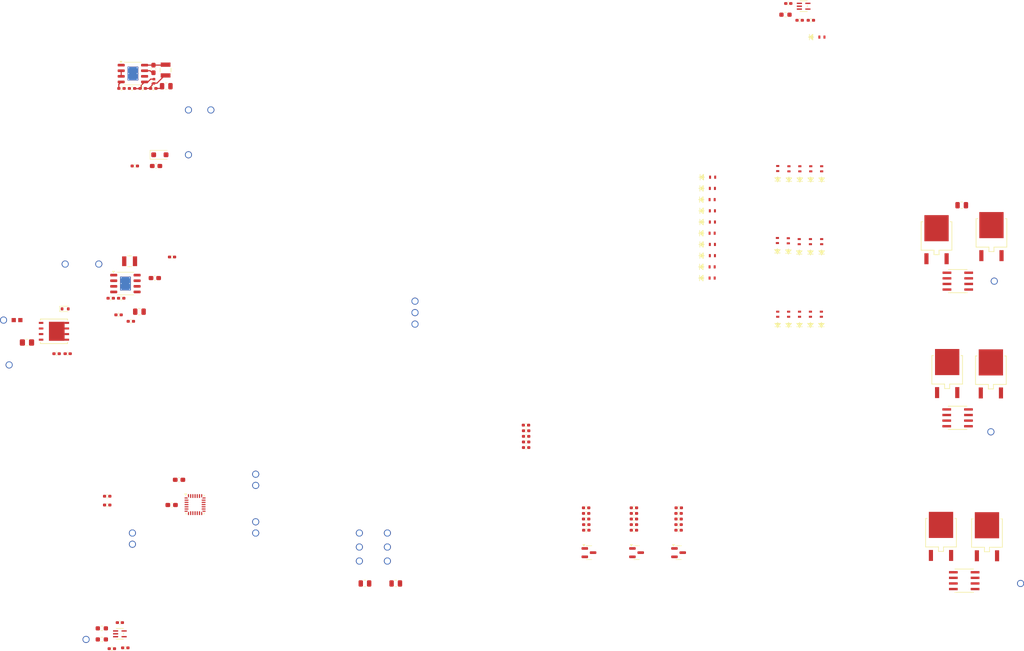
<source format=kicad_pcb>
(kicad_pcb (version 20221018) (generator pcbnew)
  (layers (0 "F.Cu" signal) (31 "B.Cu" signal) (34 "B.Paste" user) (35 "F.Paste" user) (36 "B.SilkS" user "B.Silkscreen") (37 "F.SilkS" user "F.Silkscreen") (38 "B.Mask" user) (39 "F.Mask" user) (44 "Edge.Cuts" user))
  (net 0 "")
  (net 1 "Net-(CR1-VBOOT)")
  (net 2 "GND2")
  (net 3 "Net-(CR2-OUT)")
  (net 4 "Net-(C2-Pad1)")
  (net 5 "Net-(D6-Conn)")
  (net 6 "Net-(D5-A)")
  (net 7 "Net-(U3-BST)")
  (net 8 "Net-(D16-Conn)")
  (net 9 "Net-(D1-Conn)")
  (net 10 "Net-(U3-SW)")
  (net 11 "Net-(U6-PF2)")
  (net 12 "Net-(U2-BST)")
  (net 13 "Net-(U2-SW)")
  (net 14 "Net-(D19-K)")
  (net 15 "Net-(CR1-LIN)")
  (net 16 "Net-(CR1-HIN)")
  (net 17 "Net-(D3-Conn)")
  (net 18 "Net-(D25-Conn)")
  (net 19 "Net-(CR1-VCC)")
  (net 20 "Net-(D8-Conn)")
  (net 21 "Net-(D9-Conn)")
  (net 22 "Net-(D10-Conn)")
  (net 23 "Net-(D11-Conn)")
  (net 24 "Net-(CR1-LVG)")
  (net 25 "Net-(D13-Conn)")
  (net 26 "Net-(CR1-OUT)")
  (net 27 "Net-(CR1-HVG)")
  (net 28 "Net-(CR2-LIN)")
  (net 29 "Net-(CR2-HIN)")
  (net 30 "Net-(D21-Conn)")
  (net 31 "Net-(CR2-LVG)")
  (net 32 "Net-(CR2-HVG)")
  (net 33 "Net-(CR3-LIN)")
  (net 34 "Net-(CR3-HIN)")
  (net 35 "Net-(CR3-LVG)")
  (net 36 "Net-(CR3-OUT)")
  (net 37 "Net-(CR3-HVG)")
  (net 38 "Net-(U3-RON)")
  (net 39 "Net-(U3-FB)")
  (net 40 "Net-(D18-Conn)")
  (net 41 "Net-(U5-IN+)")
  (net 42 "Net-(U6-PA1)")
  (net 43 "Net-(Q6-D)")
  (net 44 "Net-(Q7-D)")
  (net 45 "Net-(U6-PA15)")
  (net 46 "Net-(LED4-Pad2)")
  (net 47 "Net-(LED10-Pad2)")
  (net 48 "Net-(LED11-Pad2)")
  (net 50 "Net-(LED12-Pad2)")
  (net 51 "Net-(LED13-Pad2)")
  (net 52 "Net-(U6-PB3)")
  (net 53 "Net-(LED14-Pad2)")
  (net 54 "Net-(LED15-Pad2)")
  (net 55 "Net-(LED16-Pad2)")
  (net 56 "Net-(LED17-Pad2)")
  (net 57 "Net-(LED18-Pad2)")
  (net 58 "Net-(LED19-Pad2)")
  (net 59 "Net-(LED20-Pad2)")
  (net 60 "Net-(LED21-Pad2)")
  (net 61 "Net-(Q8-D)")
  (net 62 "Net-(LED22-Pad2)")
  (net 63 "Net-(LED23-Pad2)")
  (net 64 "Net-(D24-Conn)")
  (net 65 "Net-(D22-Conn)")
  (net 66 "Net-(LED24-Pad2)")
  (net 67 "Net-(LED2-Pad2)")
  (net 68 "Net-(LED25-Pad2)")
  (net 69 "Net-(LED3-Pad2)")
  (net 70 "Net-(LED26-Pad2)")
  (net 71 "Net-(Q6-G)")
  (net 72 "Net-(R1-Pad1)")
  (net 73 "Net-(U6-PA6)")
  (net 74 "Net-(U6-PA7)")
  (net 75 "Net-(U5-IN-)")
  (net 76 "Net-(U5-OUT)")
  (net 77 "Net-(U1-IN+)")
  (net 78 "Net-(U6-PA8)")
  (net 79 "Net-(U2-RON)")
  (net 80 "Net-(U6-PA11{slash}PA9)")
  (net 81 "Net-(U2-FB)")
  (net 82 "Net-(U6-PA12{slash}PA10)")
  (net 83 "Net-(U1-IN-)")
  (net 84 "Net-(U1-OUT)")
  (net 86 "Net-(C9-Pad1)")
  (net 87 "Net-(C13-Pad1)")
  (footprint "ul_L6388ED:SO-8_STM" (layer "F.Cu") (at 230.251 92.1385)
    (fp_text reference "CR2" hide)
    (fp_text value "L6388ED" hide)
  )
  (footprint "Resistor_SMD:R_0402_1005Metric_Pad0.72x0.64mm_HandSolder" (layer "F.Cu") (at 146.0125 146.05)
    (fp_text reference "R22" hide)
    (fp_text value "R" hide)
  )
  (footprint "Wire_holes:WireHole_1p2" (layer "F.Cu") (at 107.225 99.275)
    (fp_text reference "D27" hide)
    (fp_text value "WireHole_1p5" hide)
  )
  (footprint "ul_HSMW-C191-U0000:LED_91-U0000" (layer "F.Cu") (at 189.4304 99.63785 90)
    (fp_text reference "LED22" hide)
    (fp_text value "HSMW-C191-U0000" hide)
  )
  (footprint "ul_HSMW-C191-U0000:LED_91-U0000" (layer "F.Cu") (at 189.4304 66.61785 90)
    (fp_text reference "LED2" hide)
    (fp_text value "HSMW-C191-U0000" hide)
  )
  (footprint "Package_DFN_QFN:QFN-28_4x4mm_P0.5mm" (layer "F.Cu") (at 57.38 142.7825)
    (fp_text reference "U6" hide)
    (fp_text value "STM32G031G8Ux" hide)
  )
  (footprint "ul_DMT10H009LK3-13:QPMOS1G2S3D_TO252_DIO" (layer "F.Cu") (at 225.425 81.9023)
    (fp_text reference "Q5" hide)
    (fp_text value "DMT10H009LK3-13" hide)
  )
  (footprint "ul_VLS252012HBU-220M:IND_VLS252012_TDK" (layer "F.Cu") (at 50.6984 44.2976 90)
    (fp_text reference "L1" hide)
    (fp_text value "SWPA4030S1R0NT" hide)
  )
  (footprint "ul_L6388ED:SO-8_STM" (layer "F.Cu") (at 230.2002 123.1138)
    (fp_text reference "CR3" hide)
    (fp_text value "L6388ED" hide)
  )
  (footprint "ul_HSMW-C191-U0000:LED_91-U0000" (layer "F.Cu") (at 199.44715 36.83)
    (fp_text reference "LED1" hide)
    (fp_text value "HSMW-C191-U0000" hide)
  )
  (footprint "Capacitor_SMD:C_0402_1005Metric_Pad0.74x0.62mm_HandSolder" (layer "F.Cu") (at 40.3352 169.530001)
    (fp_text reference "C4" hide)
    (fp_text value "C" hide)
  )
  (footprint "Capacitor_SMD:C_0805_2012Metric" (layer "F.Cu") (at 231.14 74.93)
    (fp_text reference "C1" hide)
    (fp_text value "C" hide)
  )
  (footprint "Resistor_SMD:R_0402_1005Metric_Pad0.72x0.64mm_HandSolder" (layer "F.Cu") (at 37.465 142.875)
    (fp_text reference "R19" hide)
    (fp_text value "R" hide)
  )
  (footprint "Wire_holes:WireHole_1p2" (layer "F.Cu") (at 13.97 100.965)
    (fp_text reference "D3" hide)
    (fp_text value "WireHole_1p5" hide)
  )
  (footprint "Resistor_SMD:R_0402_1005Metric_Pad0.72x0.64mm_HandSolder" (layer "F.Cu") (at 194.40465 33.02)
    (fp_text reference "R6" hide)
    (fp_text value "R" hide)
  )
  (footprint "ul_HSMW-C191-U0000:LED_91-U0000" (layer "F.Cu") (at 199.3232 99.63785 90)
    (fp_text reference "LED26" hide)
    (fp_text value "HSMW-C191-U0000" hide)
  )
  (footprint "Wire_holes:WireHole_1p2" (layer "F.Cu") (at 71.12 149.225)
    (fp_text reference "D21" hide)
    (fp_text value "WireHole_1p5" hide)
  )
  (footprint "Resistor_SMD:R_0402_1005Metric_Pad0.72x0.64mm_HandSolder" (layer "F.Cu") (at 25.9975 108.585)
    (fp_text reference "R10" hide)
    (fp_text value "R" hide)
  )
  (footprint "Wire_holes:WireHole_1p2" (layer "F.Cu") (at 32.6777 173.340001)
    (fp_text reference "D18" hide)
    (fp_text value "WireHole_1p5" hide)
  )
  (footprint "Resistor_SMD:R_0402_1005Metric_Pad0.72x0.64mm_HandSolder" (layer "F.Cu") (at 166.9675 148.59)
    (fp_text reference "R26" hide)
    (fp_text value "R" hide)
  )
  (footprint "Resistor_SMD:R_0402_1005Metric_Pad0.72x0.64mm_HandSolder" (layer "F.Cu") (at 156.845 147.32)
    (fp_text reference "R34" hide)
    (fp_text value "R" hide)
  )
  (footprint "Capacitor_SMD:C_0805_2012Metric" (layer "F.Cu") (at 50.8508 47.9552)
    (fp_text reference "C13" hide)
    (fp_text value "C" hide)
  )
  (footprint "Capacitor_SMD:C_0603_1608Metric_Pad1.08x0.95mm_HandSolder" (layer "F.Cu") (at 52.07 142.875)
    (fp_text reference "C10" hide)
    (fp_text value "C" hide)
  )
  (footprint "Wire_holes:WireHole_1p2" (layer "F.Cu") (at 43.18 151.765)
    (fp_text reference "D11" hide)
    (fp_text value "WireHole_1p5" hide)
  )
  (footprint "Wire_holes:WireHole_1p2" (layer "F.Cu") (at 55.88 53.34)
    (fp_text reference "D22" hide)
    (fp_text value "WireHole_1p5" hide)
  )
  (footprint "Resistor_SMD:R_0402_1005Metric_Pad0.72x0.64mm_HandSolder" (layer "F.Cu") (at 156.845 144.78)
    (fp_text reference "R32" hide)
    (fp_text value "R" hide)
  )
  (footprint "ul_DMT10H009LK3-13:QPMOS1G2S3D_TO252_DIO" (layer "F.Cu") (at 237.871 81.2038)
    (fp_text reference "Q9" hide)
    (fp_text value "DMT10H009LK3-13" hide)
  )
  (footprint "ul_HSMW-C191-U0000:LED_91-U0000" (layer "F.Cu") (at 191.8368 82.98815 90)
    (fp_text reference "LED20" hide)
    (fp_text value "HSMW-C191-U0000" hide)
  )
  (footprint "Resistor_SMD:R_0402_1005Metric_Pad0.72x0.64mm_HandSolder" (layer "F.Cu") (at 146.0125 143.51)
    (fp_text reference "R17" hide)
    (fp_text value "R" hide)
  )
  (footprint "Resistor_SMD:R_0402_1005Metric_Pad0.72x0.64mm_HandSolder" (layer "F.Cu") (at 43.7225 66.04)
    (fp_text reference "R31" hide)
    (fp_text value "R" hide)
  )
  (footprint "Resistor_SMD:R_0402_1005Metric_Pad0.72x0.64mm_HandSolder" (layer "F.Cu") (at 38.5227 175.440001)
    (fp_text reference "R21" hide)
    (fp_text value "R" hide)
  )
  (footprint "Diode_SMD:D_SOD-523" (layer "F.Cu") (at 27.94 98.425)
    (fp_text reference "D5" hide)
    (fp_text value "MM5Zxx" hide)
  )
  (footprint "Resistor_SMD:R_0402_1005Metric_Pad0.72x0.64mm_HandSolder" (layer "F.Cu") (at 132.375 124.775)
    (fp_text reference "R2" hide)
    (fp_text value "R" hide)
  )
  (footprint "Resistor_SMD:R_0402_1005Metric_Pad0.72x0.64mm_HandSolder" (layer "F.Cu") (at 132.4125 128.585)
    (fp_text reference "R11" hide)
    (fp_text value "R" hide)
  )
  (footprint "Resistor_SMD:R_0402_1005Metric_Pad0.72x0.64mm_HandSolder" (layer "F.Cu") (at 41.5677 175.245001)
    (fp_text reference "R29" hide)
    (fp_text value "R" hide)
  )
  (footprint "Resistor_SMD:R_0402_1005Metric_Pad0.72x0.64mm_HandSolder" (layer "F.Cu") (at 37.465 140.885)
    (fp_text reference "R18" hide)
    (fp_text value "R" hide)
  )
  (footprint "ul_HSMW-C191-U0000:LED_91-U0000" (layer "F.Cu") (at 174.56785 81.28)
    (fp_text reference "LED9" hide)
    (fp_text value "HSMW-C191-U0000" hide)
  )
  (footprint "ul_BLM18KG102SH1D:RES_0603_1P6XP8_MUR" (layer "F.Cu") (at 17.0307 100.965)
    (fp_text reference "R5" hide)
    (fp_text value "BLM18KG102SH1D" hide)
  )
  (footprint "Wire_holes:WireHole_1p2" (layer "F.Cu") (at 94.615 152.4)
    (fp_text reference "D13" hide)
    (fp_text value "WireHole_1p5" hide)
  )
  (footprint "Wire_holes:WireHole_1p2" (layer "F.Cu") (at 60.96 53.34)
    (fp_text reference "D23" hide)
    (fp_text value "WireHole_1p5" hide)
  )
  (footprint "ul_HSMW-C191-U0000:LED_91-U0000" (layer "F.Cu") (at 174.56785 91.44)
    (fp_text reference "LED13" hide)
    (fp_text value "HSMW-C191-U0000" hide)
  )
  (footprint "ul_HSMW-C191-U0000:LED_91-U0000" (layer "F.Cu") (at 194.4436 66.675 90)
    (fp_text reference "LED15" hide)
    (fp_text value "HSMW-C191-U0000" hide)
  )
  (footprint "ul_DMT10H009LK3-13:QPMOS1G2S3D_TO252_DIO" (layer "F.Cu") (at 227.838 112.2426)
    (fp_text reference "Q4" hide)
    (fp_text value "DMT10H009LK3-13" hide)
  )
  (footprint "Resistor_SMD:R_0402_1005Metric_Pad0.72x0.64mm_HandSolder" (layer "F.Cu") (at 45.5168 48.4632)
    (fp_text reference "R15" hide)
    (fp_text value "R" hide)
  )
  (footprint "Diode_SMD:D_SOD-123F" (layer "F.Cu") (at 49.4 63.5)
    (fp_text reference "D19" hide)
    (fp_text value "BZT52Bxx" hide)
  )
  (footprint "Wire_holes:WireHole_1p2" (layer "F.Cu") (at 100.965 149.225)
    (fp_text reference "D16" hide)
    (fp_text value "WireHole_1p5" hide)
  )
  (footprint "Capacitor_SMD:C_0603_1608Metric_Pad1.08x0.95mm_HandSolder" (layer "F.Cu") (at 47.9552 44.0436 90)
    (fp_text reference "C12" hide)
    (fp_text value "C" hide)
  )
  (footprint "Resistor_SMD:R_0402_1005Metric_Pad0.72x0.64mm_HandSolder" (layer "F.Cu") (at 146.05 147.32)
    (fp_text reference "R27" hide)
    (fp_text value "R" hide)
  )
  (footprint "Resistor_SMD:R_0603_1608Metric_Pad0.98x0.95mm_HandSolder" (layer "F.Cu") (at 36.2477 173.340001)
    (fp_text reference "R30" hide)
    (fp_text value "R" hide)
  )
  (footprint "ul_HSMW-C191-U0000:LED_91-U0000" (layer "F.Cu") (at 174.56785 88.9)
    (fp_text reference "LED12" hide)
    (fp_text value "HSMW-C191-U0000" hide)
  )
  (footprint "Wire_holes:WireHole_1p2" (layer "F.Cu") (at 244.475 160.655)
    (fp_text reference "D12" hide)
    (fp_text value "WireHole_1p5" hide)
  )
  (footprint "Wire_holes:WireHole_1p2" (layer "F.Cu") (at 94.615 149.225)
    (fp_text reference "D7" hide)
    (fp_text value "WireHole_1p5" hide)
  )
  (footprint "Package_TO_SOT_SMD:SOT-23" (layer "F.Cu") (at 146.6475 153.67)
    (fp_text reference "Q6" hide)
    (fp_text value "BSS123" hide)
  )
  (footprint "Capacitor_SMD:C_0402_1005Metric_Pad0.74x0.62mm_HandSolder" (layer "F.Cu") (at 28.5075 108.585)
    (fp_text reference "C7" hide)
    (fp_text value "C" hide)
  )
  (footprint "Resistor_SMD:R_0402_1005Metric_Pad0.72x0.64mm_HandSolder" (layer "F.Cu") (at 196.94465 33.02)
    (fp_text reference "R24" hide)
    (fp_text value "R" hide)
  )
  (footprint "Resistor_SMD:R_0402_1005Metric_Pad0.72x0.64mm_HandSolder" (layer "F.Cu") (at 156.845 143.51)
    (fp_text reference "R28" hide)
    (fp_text value "R" hide)
  )
  (footprint "Wire_holes:WireHole_1p2" (layer "F.Cu") (at 71.12 135.89)
    (fp_text reference "D8" hide)
    (fp_text value "WireHole_1p5" hide)
  )
  (footprint "Wire_holes:WireHole_1p2" (layer "F.Cu") (at 71.12 138.43)
    (fp_text reference "D9" hide)
    (fp_text value "WireHole_1p5" hide)
  )
  (footprint "Capacitor_SMD:C_0603_1608Metric_Pad1.08x0.95mm_HandSolder" (layer "F.Cu") (at 48.5375 66.04)
    (fp_text reference "C14" hide)
    (fp_text value "C" hide)
  )
  (footprint "Resistor_SMD:R_0402_1005Metric_Pad0.72x0.64mm_HandSolder" (layer "F.Cu") (at 47.9044 48.4632 180)
    (fp_text reference "R39" hide)
    (fp_text value "R" hide)
  )
  (footprint "Wire_holes:WireHole_1p2" (layer "F.Cu") (at 94.615 155.575)
    (fp_text reference "D15" hide)
    (fp_text value "WireHole_1p5" hide)
  )
  (footprint "Wire_holes:WireHole_1p2" (layer "F.Cu") (at 55.88 63.5)
    (fp_text reference "D20" hide)
    (fp_text value "WireHole_1p5" hide)
  )
  (footprint "Resistor_SMD:R_0402_1005Metric_Pad0.72x0.64mm_HandSolder" (layer "F.Cu") (at 42.8244 101.2444)
    (fp_text reference "R40" hide)
    (fp_text value "R" hide)
  )
  (footprint "Package_SO:HSOP-8-1EP_3.9x4.9mm_P1.27mm_EP2.41x3.1mm_ThermalVias" (layer "F.Cu") (at 43.29 45.085)
    (fp_text reference "U2" hide)
    (fp_text value "LM5164DDA" hide)
  )
  (footprint "Capacitor_SMD:C_0805_2012Metric_Pad1.18x1.45mm_HandSolder" (layer "F.Cu") (at 19.2825 106.045)
    (fp_text reference "C2" hide)
    (fp_text value "C" hide)
  )
  (footprint "Wire_holes:WireHole_1p2" (layer "F.Cu") (at 35.56 88.265)
    (fp_text reference "D24" hide)
    (fp_text value "WireHole_1p5" hide)
  )
  (footprint "Resistor_SMD:R_0402_1005Metric_Pad0.72x0.64mm_HandSolder" (layer "F.Cu") (at 40.7029 48.4632 180)
    (fp_text reference "R9" hide)
    (fp_text value "R" hide)
  )
  (footprint "Resistor_SMD:R_0402_1005Metric_Pad0.72x0.64mm_HandSolder" (layer "F.Cu") (at 43.0905 48.4632)
    (fp_text reference "R23" hide)
    (fp_text value "R" hide)
  )
  (footprint "Resistor_SMD:R_0402_1005Metric_Pad0.72x0.64mm_HandSolder" (layer "F.Cu") (at 146.0125 144.78)
    (fp_text reference "R20" hide)
    (fp_text value "R" hide)
  )
  (footprint "Capacitor_SMD:C_0805_2012Metric" (layer "F.Cu") (at 44.77 99.06)
    (fp_text reference "C9" hide)
    (fp_text value "C" hide)
  )
  (footprint "ul_HSMW-C191-U0000:LED_91-U0000" (layer "F.Cu") (at 174.625 76.2)
    (fp_text reference "LED7" hide)
    (fp_text value "HSMW-C191-U0000" hide)
  )
  (footprint "ul_HSMW-C191-U0000:LED_91-U0000" (layer "F.Cu") (at 189.3636 82.931 90)
    (fp_text reference "LED19" hide)
    (fp_text value "HSMW-C191-U0000" hide)
  )
  (footprint "Wire_holes:WireHole_1p2" (layer "F.Cu") (at 238.506 92.1385)
    (fp_text reference "D14" hide)
    (fp_text value "WireHole_1p5" hide)
  )
  (footprint "ul_HSMW-C191-U0000:LED_91-U0000" (layer "F.Cu") (at 196.9168 66.675 90)
    (fp_text reference "LED16" hide)
    (fp_text value "HSMW-C191-U0000" hide)
  )
  (footprint "Wire_holes:WireHole_1p2" (layer "F.Cu") (at 107.225 96.675)
    (fp_text reference "D26" hide)
    (fp_text value "WireHole_1p5" hide)
  )
  (footprint "ul_HSMW-C191-U0000:LED_91-U0000" (layer "F.Cu") (at 174.625 71.12)
    (fp_text reference "LED5" hide)
    (fp_text value "HSMW-C191-U0000" hide)
  )
  (footprint "Resistor_SMD:R_0402_1005Metric_Pad0.72x0.64mm_HandSolder" (layer "F.Cu") (at 38.2645 96.012)
    (fp_text reference "R12" hide)
    (fp_text value "R" hide)
  )
  (footprint "Resistor_SMD:R_0402_1005Metric_Pad0.72x0.64mm_HandSolder" (layer "F.Cu") (at 146.05 148.59)
    (fp_text reference "R1" hide)
    (fp_text value "R" hide)
  )
  (footprint "Resistor_SMD:R_0603_1608Metric_Pad0.98x0.95mm_HandSolder" (layer "F.Cu") (at 36.2477 170.830001)
    (fp_text reference "R7" hide)
    (fp_text value "R" hide)
  )
  (footprint "Capacitor_SMD:C_0805_2012Metric" (layer "F.Cu") (at 95.885 160.655)
    (fp_text reference "C6" hide)
    (fp_text value "C" hide)
  )
  (footprint "Resistor_SMD:R_0402_1005Metric_Pad0.72x0.64mm_HandSolder" (layer "F.Cu") (at 166.9675 146.05)
    (fp_text reference "R37" hide)
    (fp_text value "R" hide)
  )
  (footprint "Wire_holes:WireHole_1p2" (layer "F.Cu") (at 100.965 155.575)
    (fp_text reference "D17" hide)
    (fp_text value "WireHole_1p5" hide)
  )
  (footprint "ul_HSMW-C191-U0000:LED_91-U0000" (layer "F.Cu") (at 174.68215 68.58)
    (fp_text reference "LED4" hide)
    (fp_text value "HSMW-C191-U0000" hide)
  )
  (footprint "Resistor_SMD:R_0402_1005Metric_Pad0.72x0.64mm_HandSolder" (layer "F.Cu") (at 167.005 143.51)
    (fp_text reference "R35" hide)
    (fp_text value "R" hide)
  )
  (footprint "ul_HSMW-C191-U0000:LED_91-U0000" (layer "F.Cu") (at 196.85 83.185 90)
    (fp_text reference "LED3" hide)
    (fp_text value "HSMW-C191-U0000" hide)
  )
  (footprint "Resistor_SMD:R_0402_1005Metric_Pad0.72x0.64mm_HandSolder" (layer "F.Cu") (at 166.9675 144.78)
    (fp_text reference "R36" hide)
    (fp_text value "R" hide)
  )
  (footprint "Wire_holes:WireHole_1p2" (layer "F.Cu") (at 237.744 126.2888)
    (fp_text reference "D2" hide)
    (fp_text value "WireHole_1p5" hide)
  )
  (footprint "ul_HSMW-C191-U0000:LED_91-U0000" (layer "F.Cu") (at 191.9036 99.63785 90)
    (fp_text reference "LED23" hide)
    (fp_text value "HSMW-C191-U0000" hide)
  )
  (footprint "ul_DMT10H009LK3-13:QPMOS1G2S3D_TO252_DIO" (layer "F.Cu") (at 226.441 149.1488)
    (fp_text reference "Q3" hide)
    (fp_text value "DMT10H009LK3-13" hide)
  )
  (footprint "ul_HSMW-C191-U0000:LED_91-U0000" (layer "F.Cu") (at 199.39 66.675 90)
    (fp_text reference "LED17" hide)
    (fp_text value "HSMW-C191-U0000" hide)
  )
  (footprint "ul_L6388ED:SO-8_STM" (layer "F.Cu") (at 231.6988 160.02)
    (fp_text reference "CR1" hide)
    (fp_text value "L6388ED" hide)
  )
  (footprint "ul_HSMW-C191-U0000:LED_91-U0000" (layer "F.Cu") (at 194.31 83.185 90)
    (fp_text reference "LED21" hide)
    (fp_text value "HSMW-C191-U0000" hide)
  )
  (footprint "Resistor_SMD:R_0603_1608Metric_Pad0.98x0.95mm_HandSolder" (layer "F.Cu") (at 191.19215 31.75)
    (fp_text reference "R4" hide)
    (fp_text value "R" hide)
  )
  (footprint "Wire_holes:WireHole_1p2" (layer "F.Cu") (at 107.225 101.875)
    (fp_text reference "D28" hide)
    (fp_text value "WireHole_1p5" hide)
  )
  (footprint "Resistor_SMD:R_0402_1005Metric_Pad0.72x0.64mm_HandSolder" (layer "F.Cu") (at 40.64 96.012)
    (fp_text reference "R13" hide)
    (fp_text value "R" hide)
  )
  (footprint "Resistor_SMD:R_0402_1005Metric_Pad0.72x0.64mm_HandSolder" (layer "F.Cu") (at 132.4125 127.315)
    (fp_text reference "R8" hide)
    (fp_text value "R" hide)
  )
  (footprint "ul_HSMW-C191-U0000:LED_91-U0000" (layer "F.Cu") (at 174.56785 73.66)
    (fp_text reference "LED6" hide)
    (fp_text value "HSMW-C191-U0000" hide)
  )
  (footprint "Resistor_SMD:R_0402_1005Metric_Pad0.72x0.64mm_HandSolder" (layer "F.Cu") (at 156.845 146.05)
    (fp_text reference "R33" hide)
    (fp_text value "R" hide)
  )
  (footprint "ul_DMT10H009LK3-13:QPMOS1G2S3D_TO252_DIO" (layer "F.Cu") (at 237.744 112.3188)
    (fp_text reference "Q1" hide)
    (fp_text value "DMT10H009LK3-13" hide)
  )
  (footprint "Resistor_SMD:R_0402_1005Metric_Pad0.72x0.64mm_HandSolder" (layer "F.Cu") (at 156.845 148.59)
    (fp_text reference "R25" hide)
    (fp_text value "R" hide)
  )
  (footprint "ul_SI7852DP-T1:POWERPAK_SO-8_SINGLE_VIS" (layer "F.Cu") (at 25.4 103.505)
    (fp_text reference "U4" hide)
    (fp_text value "SI7489DP-T1-E3" hide)
  )
  (footprint "Package_TO_SOT_SMD:SOT-23" (layer "F.Cu") (at 157.4425 153.67)
    (fp_text reference "Q7" hide)
    (fp_text value "BSS123" hide)
  )
  (footprint "ul_TLV9061IDCKR:DCK5_TEX" (layer "F.Cu") (at 40.3352 172.070001)
    (fp_text reference "U1" hide)
    (fp_text value "TLV9061IDCKR" hide)
  )
  (footprint "Package_SO:HSOP-8-1EP_3.9x4.9mm_P1.27mm_EP2.41x3.1mm_ThermalVias" (layer "F.Cu") (at 41.595 92.68)
    (fp_text reference "U3" hide)
    (fp_text value "LM5164DDA" hide)
  )
  (footprint "ul_HSMW-C191-U0000:LED_91-U0000" (layer "F.Cu") (at 174.625 78.74)
    (fp_text reference "LED8" hide)
    (fp_text value "HSMW-C191-U0000" hide)
  )
  (footprint "Wire_holes:WireHole_1p2" (layer "F.Cu") (at 27.94 88.265)
    (fp_text reference "D25" hide)
    (fp_text value "WireHole_1p5" hide)
  )
  (footprint "Wire_holes:WireHole_1p2" (layer "F.Cu") (at 43.18 149.225)
    (fp_text reference "D10" hide)
    (fp_text value "WireHole_1p5" hide)
  )
  (footprint "ul_HSMW-C191-U0000:LED_91-U0000" (layer "F.Cu") (at 174.625 86.36)
    (fp_text reference "LED11" hide)
    (fp_text value "HSMW-C191-U0000" hide)
  )
  (footprint "Capacitor_SMD:C_0402_1005Metric_Pad0.74x0.62mm_HandSolder" (layer "F.Cu") (at 191.82715 29.21)
    (fp_text reference "C5" hide)
    (fp_text value "C" hide)
  )
  (footprint "Package_TO_SOT_SMD:SOT-23" (layer "F.Cu") (at 166.9675 153.67)
    (fp_text reference "Q8" hide)
    (fp_text value "BSS123" hide)
  )
  (footprint "Resistor_SMD:R_0402_1005Metric_Pad0.72x0.64mm_HandSolder" (layer "F.Cu") (at 40.0425 99.78)
    (fp_text reference "R14" hide)
    (fp_text value "R" hide)
  )
  (footprint "Resistor_SMD:R_0402_1005Metric_Pad0.72x0.64mm_HandSolder" (layer "F.Cu") (at 132.4125 126.045)
    (fp_text reference "R3" hide)
    (fp_text value "R" hide)
  )
  (footprint "ul_TLV9061IDCKR:DCK5_TEX" (layer "F.Cu") (at 195.30695 29.830001)
    (fp_text reference "U5" hide)
    (fp_text value "TLV9061IDCKR" hide)
  )
  (footprint "Capacitor_SMD:C_0603_1608Metric_Pad1.08x0.95mm_HandSolder" (layer "F.Cu") (at 53.7475 137.16)
    (fp_text reference "C11" hide)
    (fp_text value "C" hide)
  )
  (footprint "ul_VLS252012HBU-220M:IND_VLS252012_TDK" (layer "F.Cu") (at 42.545 87.63)
    (fp_text reference "L2" hide)
    (fp_text value "SWPA4030S1R0NT" hide)
  )
  (footprint "Resistor_SMD:R_0402_1005Metric_Pad0.72x0.64mm_HandSolder" (layer "F.Cu") (at 166.9675 147.32)
    (fp_text reference "R38" hide)
    (fp_text value "R" hide)
  )
  (footprint "ul_HSMW-C191-U0000:LED_91-U0000" (layer "F.Cu") (at 174.625 83.82)
    (fp_text reference "LED10" hide)
    (fp_text value "HSMW-C191-U0000" hide)
  )
  (footprint "ul_HSMW-C191-U0000:LED_91-U0000" (layer "F.Cu") (at 196.85 99.63785 90)
    (fp_text reference "LED25" hide)
    (fp_text value "HSMW-C191-U0000" hide)
  )
  (footprint "Capacitor_SMD:C_0603_1608Metric_Pad1.08x0.95mm_HandSolder" (layer "F.Cu") (at 48.26 91.44)
    (fp_text reference "C8" hide)
    (fp_text value "C" hide)
  )
  (footprint "ul_HSMW-C191-U0000:LED_91-U0000" (layer "F.Cu") (at 199.39 83.185 90)
    (fp_text reference "LED18" hide)
    (fp_text value "HSMW-C191-U0000" hide)
  )
  (footprint "Wire_holes:WireHole_1p2" (layer "F.Cu") (at 15.24 111.125)
    (fp_text reference "D4" hide)
    (fp_text value "WireHole_1p5" hide)
  )
  (footprint "Wire_holes:WireHole_1p2" (layer "F.Cu") (at 71.12 146.685)
    (fp_text reference "D1" hide)
    (fp_text value "WireHole_1p5" hide)
  )
  (footprint "Capacitor_SMD:C_0402_1005Metric_Pad0.74x0.62mm_HandSolder" (layer "F.Cu") (at 52.1629 86.6648)
    (fp_text reference "C16" hide)
    (fp_text value "C" hide)
  )
  (footprint "Resistor_SMD:R_0402_1005Metric_Pad0.72x0.64mm_HandSolder" (layer "F.Cu") (at 132.4125 129.855)
    (fp_text reference "R16" hide)
    (fp_text value "R" hide)
  )
  (footprint "Capacitor_SMD:C_0402_1005Metric" (layer "F.Cu") (at 48.0568 46.8376 90)
    (fp_text reference "C15" hide)
    (fp_text value "C" hide)
  )
  (footprint "Wire_holes:WireHole_1p2" (layer "F.Cu") (at 100.965 152.4)
    (fp_text reference "D6" hide)
    (fp_text value "WireHole_1p5" hide)
  )
  (footprint "Capacitor_SMD:C_0805_2012Metric" (layer "F.Cu") (at 102.87 160.655)
    (fp_text reference "C3" hide)
    (fp_text value "C" hide)
  )
  (footprint "ul_DMT10H009LK3-13:QPMOS1G2S3D_TO252_DIO" (layer "F.Cu") (at 236.855 149.225)
    (fp_text reference "Q2" hide)
    (fp_text value "DMT10H009LK3-13" hide)
  )
  (footprint "ul_HSMW-C191-U0000:LED_91-U0000" (layer "F.Cu") (at 191.9704 66.675 90)
    (fp_text reference "LED14" hide)
    (fp_text value "HSMW-C191-U0000" hide)
  )
  (footprint "ul_HSMW-C191-U0000:LED_91-U0000" (layer "F.Cu") (at 194.3768 99.63785 90)
    (fp_text reference "LED24" hide)
    (fp_text value "HSMW-C191-U0000" hide)
  )
  (segment (start 47.9552 44.9061) (end 47.6493 44.9061) (width 0.25) (layer "F.Cu") (net 12))
  (segment (start 47.6493 44.9061) (end 47.1932 44.45) (width 0.25) (layer "F.Cu") (net 12))
  (segment (start 47.1932 44.45) (end 45.94 44.45) (width 0.25) (layer "F.Cu") (net 12))
  (segment (start 50.3925 43.1811) (end 50.4952 43.0784) (width 0.25) (layer "F.Cu") (net 13))
  (segment (start 45.9411 43.1811) (end 45.94 43.18) (width 0.25) (layer "F.Cu") (net 13))
  (segment (start 47.9552 43.1811) (end 50.3925 43.1811) (width 0.25) (layer "F.Cu") (net 13))
  (segment (start 47.9552 43.1811) (end 45.9411 43.1811) (width 0.25) (layer "F.Cu") (net 13))
  (segment (start 40.64 44.45) (end 40.64 45.72) (width 0.25) (layer "F.Cu") (net 64))
  (segment (start 46.9392 48.4632) (end 47.6504 47.752) (width 0.25) (layer "F.Cu") (net 65))
  (segment (start 48.7559 47.2561) (end 50.4952 45.5168) (width 0.25) (layer "F.Cu") (net 65))
  (segment (start 47.6504 47.752) (end 47.6504 47.3176) (width 0.25) (layer "F.Cu") (net 65))
  (segment (start 46.3683 48.4632) (end 46.9392 48.4632) (width 0.25) (layer "F.Cu") (net 65))
  (segment (start 47.7119 47.2561) (end 48.7172 47.2561) (width 0.25) (layer "F.Cu") (net 65))
  (segment (start 47.6504 47.3176) (end 47.7119 47.2561) (width 0.25) (layer "F.Cu") (net 65))
  (segment (start 48.7172 47.2561) (end 48.7559 47.2561) (width 0.25) (layer "F.Cu") (net 65))
  (segment (start 40.0933 48.514) (end 40.0933 47.5367) (width 0.25) (layer "F.Cu") (net 79))
  (segment (start 40.0933 47.5367) (end 40.64 46.99) (width 0.25) (layer "F.Cu") (net 79))
  (segment (start 47.3176 46.3576) (end 46.6852 46.99) (width 0.25) (layer "F.Cu") (net 81))
  (segment (start 43.8791 48.514) (end 45.1225 48.514) (width 0.25) (layer "F.Cu") (net 81))
  (segment (start 46.6852 46.99) (end 45.94 46.99) (width 0.25) (layer "F.Cu") (net 81))
  (segment (start 45.1225 48.514) (end 45.1733 48.4632) (width 0.25) (layer "F.Cu") (net 81))
  (segment (start 45.1733 48.4632) (end 45.1733 47.7567) (width 0.25) (layer "F.Cu") (net 81))
  (segment (start 45.1733 47.7567) (end 45.94 46.99) (width 0.25) (layer "F.Cu") (net 81))
  (segment (start 48.0568 46.3576) (end 47.3176 46.3576) (width 0.25) (layer "F.Cu") (net 81))
  (segment (start 49.5573 48.4511) (end 50.0532 47.9552) (width 0.25) (layer "F.Cu") (net 87))
  (segment (start 48.7172 48.4511) (end 49.5573 48.4511) (width 0.25) (layer "F.Cu") (net 87))
)
</source>
